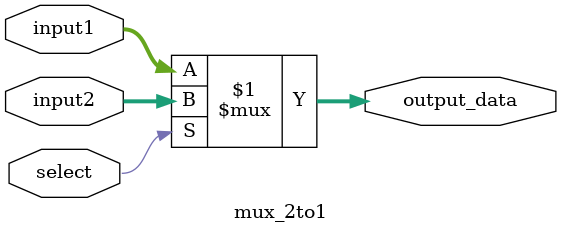
<source format=v>
module mux_2to1(input1, input2, select, output_data);
    input [31:0] input1, input2;
    input select;
    output [31:0] output_data;

    assign output_data = (select) ? input2 : input1;
endmodule
</source>
